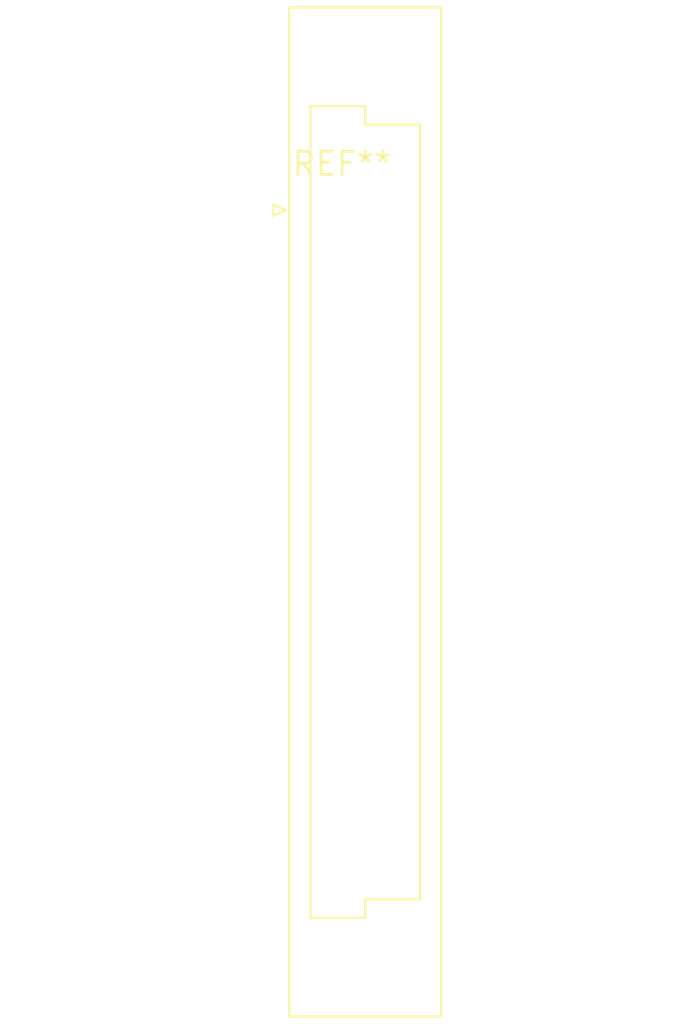
<source format=kicad_pcb>
(kicad_pcb (version 20240108) (generator pcbnew)
  (layers (0 "F.Cu" signal) (31 "B.Cu" signal) (34 "B.Paste" user) (35 "F.Paste" user) (36 "B.SilkS" user "B.Silkscreen") (37 "F.SilkS" user "F.Silkscreen") (38 "B.Mask" user) (39 "F.Mask" user) (44 "Edge.Cuts" user))
  (net 0 "")
  (footprint "DIN41612_B2_2x8_Female_Vertical_THT" (layer "F.Cu") (at 0 0)
    (property "Reference" "REF**")
    (property "Value" "DIN41612_B2_2x8_Female_Vertical_THT")
    (fp_line (start -3.76 2.24) (end -3.76 2.84) (layer "F.SilkS") (stroke (width 0.12)))
    (fp_line (start -3.76 2.84) (end -3.08 2.54) (layer "F.SilkS") (stroke (width 0.12)))
    (fp_line (start -3.08 2.54) (end -3.76 2.24) (layer "F.SilkS") (stroke (width 0.12)))
    (fp_line (start -2.89 -8.56) (end 5.43 -8.56) (layer "F.SilkS") (stroke (width 0.12)))
    (fp_line (start -2.89 46.66) (end -2.89 -8.56) (layer "F.SilkS") (stroke (width 0.12)))
    (fp_line (start -1.73 -3.15) (end 1.27 -3.15) (layer "F.SilkS") (stroke (width 0.12)))
    (fp_line (start -1.73 41.25) (end -1.73 -3.15) (layer "F.SilkS") (stroke (width 0.12)))
    (fp_line (start 1.27 -3.15) (end 1.27 -2.15) (layer "F.SilkS") (stroke (width 0.12)))
    (fp_line (start 1.27 -2.15) (end 4.27 -2.15) (layer "F.SilkS") (stroke (width 0.12)))
    (fp_line (start 1.27 40.25) (end 1.27 41.25) (layer "F.SilkS") (stroke (width 0.12)))
    (fp_line (start 1.27 41.25) (end -1.73 41.25) (layer "F.SilkS") (stroke (width 0.12)))
    (fp_line (start 4.27 -2.15) (end 4.27 40.25) (layer "F.SilkS") (stroke (width 0.12)))
    (fp_line (start 4.27 40.25) (end 1.27 40.25) (layer "F.SilkS") (stroke (width 0.12)))
    (fp_line (start 5.43 -8.56) (end 5.43 46.66) (layer "F.SilkS") (stroke (width 0.12)))
    (fp_line (start 5.43 46.66) (end -2.89 46.66) (layer "F.SilkS") (stroke (width 0.12)))
    (pad "" np_thru_hole circle (at 2.24 -5.95) (size 2.85 2.85) (drill 2.85) (layers *.Cu *.Mask))
    (pad "" np_thru_hole circle (at 2.24 44.05) (size 2.85 2.85) (drill 2.85) (layers *.Cu *.Mask))
    (pad "a2" thru_hole roundrect (at 0 2.54) (size 1.55 1.55) (drill 1) (layers *.Cu *.Mask) (remove_unused_layers) (roundrect_rratio 0.16129))
    (pad "a4" thru_hole circle (at 0 7.62) (size 1.55 1.55) (drill 1) (layers *.Cu *.Mask) (remove_unused_layers))
    (pad "a6" thru_hole circle (at 0 12.7) (size 1.55 1.55) (drill 1) (layers *.Cu *.Mask) (remove_unused_layers))
    (pad "a8" thru_hole circle (at 0 17.78) (size 1.55 1.55) (drill 1) (layers *.Cu *.Mask) (remove_unused_layers))
    (pad "a10" thru_hole circle (at 0 22.86) (size 1.55 1.55) (drill 1) (layers *.Cu *.Mask) (remove_unused_layers))
    (pad "a12" thru_hole circle (at 0 27.94) (size 1.55 1.55) (drill 1) (layers *.Cu *.Mask) (remove_unused_layers))
    (pad "a14" thru_hole circle (at 0 33.02) (size 1.55 1.55) (drill 1) (layers *.Cu *.Mask) (remove_unused_layers))
    (pad "a16" thru_hole circle (at 0 38.1) (size 1.55 1.55) (drill 1) (layers *.Cu *.Mask) (remove_unused_layers))
    (pad "b2" thru_hole circle (at 2.54 2.54) (size 1.55 1.55) (drill 1) (layers *.Cu *.Mask) (remove_unused_layers))
    (pad "b4" thru_hole circle (at 2.54 7.62) (size 1.55 1.55) (drill 1) (layers *.Cu *.Mask) (remove_unused_layers))
    (pad "b6" thru_hole circle (at 2.54 12.7) (size 1.55 1.55) (drill 1) (layers *.Cu *.Mask) (remove_unused_layers))
    (pad "b8" thru_hole circle (at 2.54 17.78) (size 1.55 1.55) (drill 1) (layers *.Cu *.Mask) (remove_unused_layers))
    (pad "b10" thru_hole circle (at 2.54 22.86) (size 1.55 1.55) (drill 1) (layers *.Cu *.Mask) (remove_unused_layers))
    (pad "b12" thru_hole circle (at 2.54 27.94) (size 1.55 1.55) (drill 1) (layers *.Cu *.Mask) (remove_unused_layers))
    (pad "b14" thru_hole circle (at 2.54 33.02) (size 1.55 1.55) (drill 1) (layers *.Cu *.Mask) (remove_unused_layers))
    (pad "b16" thru_hole circle (at 2.54 38.1) (size 1.55 1.55) (drill 1) (layers *.Cu *.Mask) (remove_unused_layers))
  )
)
</source>
